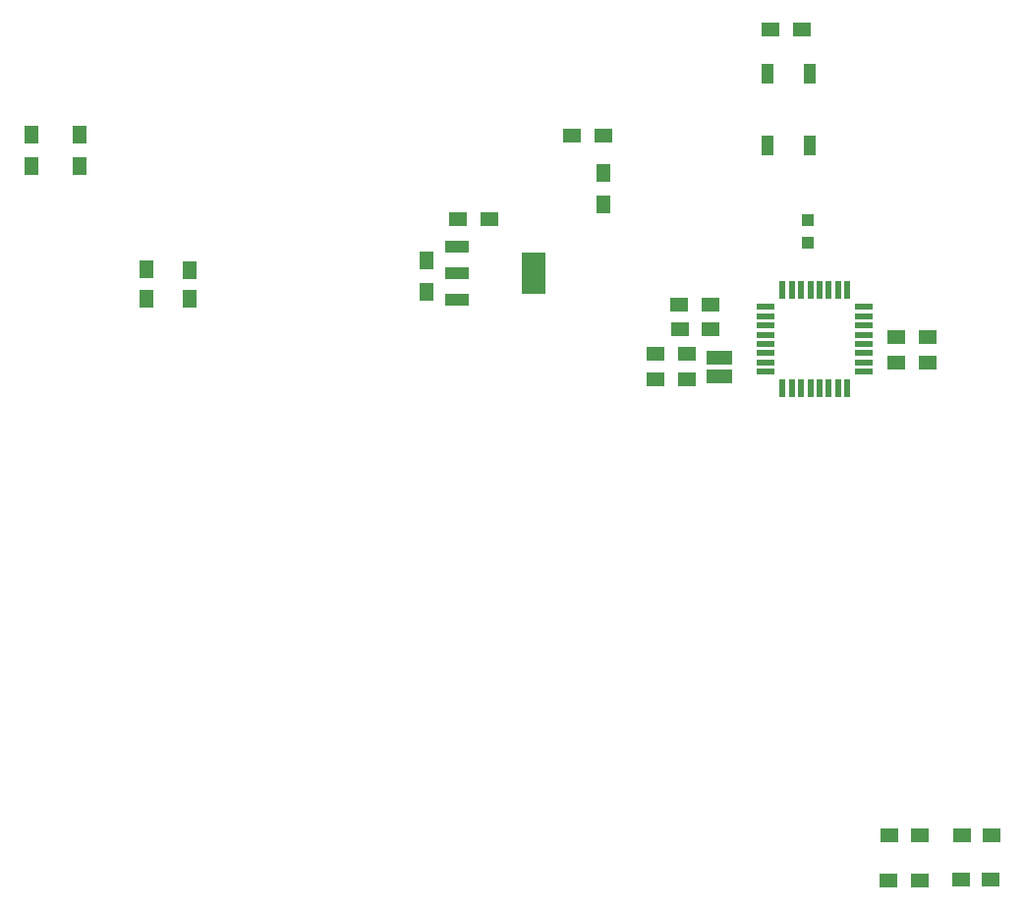
<source format=gbr>
G04 #@! TF.FileFunction,Paste,Top*
%FSLAX46Y46*%
G04 Gerber Fmt 4.6, Leading zero omitted, Abs format (unit mm)*
G04 Created by KiCad (PCBNEW 4.0.6) date 10/04/17 00:49:36*
%MOMM*%
%LPD*%
G01*
G04 APERTURE LIST*
%ADD10C,0.100000*%
%ADD11R,2.032000X3.657600*%
%ADD12R,2.032000X1.016000*%
%ADD13R,1.250000X1.500000*%
%ADD14R,1.300000X1.500000*%
%ADD15R,1.600000X0.550000*%
%ADD16R,0.550000X1.600000*%
%ADD17R,1.500000X1.300000*%
%ADD18R,2.300000X1.200000*%
%ADD19R,1.000000X1.000000*%
%ADD20R,1.100000X1.800000*%
%ADD21R,1.500000X1.250000*%
G04 APERTURE END LIST*
D10*
D11*
X127632000Y-54260000D03*
D12*
X121028000Y-54260000D03*
X121028000Y-56546000D03*
X121028000Y-51974000D03*
D13*
X98000000Y-53940000D03*
X98000000Y-56440000D03*
X94220000Y-53920000D03*
X94220000Y-56420000D03*
D14*
X84380000Y-42290000D03*
X84380000Y-44990000D03*
X88450000Y-45000000D03*
X88450000Y-42300000D03*
D15*
X147590000Y-57120000D03*
X147590000Y-57920000D03*
X147590000Y-58720000D03*
X147590000Y-59520000D03*
X147590000Y-60320000D03*
X147590000Y-61120000D03*
X147590000Y-61920000D03*
X147590000Y-62720000D03*
D16*
X149040000Y-64170000D03*
X149840000Y-64170000D03*
X150640000Y-64170000D03*
X151440000Y-64170000D03*
X152240000Y-64170000D03*
X153040000Y-64170000D03*
X153840000Y-64170000D03*
X154640000Y-64170000D03*
D15*
X156090000Y-62720000D03*
X156090000Y-61920000D03*
X156090000Y-61120000D03*
X156090000Y-60320000D03*
X156090000Y-59520000D03*
X156090000Y-58720000D03*
X156090000Y-57920000D03*
X156090000Y-57120000D03*
D16*
X154640000Y-55670000D03*
X153840000Y-55670000D03*
X153040000Y-55670000D03*
X152240000Y-55670000D03*
X151440000Y-55670000D03*
X150640000Y-55670000D03*
X149840000Y-55670000D03*
X149040000Y-55670000D03*
D14*
X118380000Y-55810000D03*
X118380000Y-53110000D03*
D17*
X123800000Y-49560000D03*
X121100000Y-49560000D03*
X158140000Y-106570000D03*
X160840000Y-106570000D03*
X160910000Y-102680000D03*
X158210000Y-102680000D03*
X158860000Y-61940000D03*
X161560000Y-61940000D03*
X142880000Y-59010000D03*
X140180000Y-59010000D03*
X142860000Y-56900000D03*
X140160000Y-56900000D03*
X140770000Y-61180000D03*
X138070000Y-61180000D03*
X140770000Y-63360000D03*
X138070000Y-63360000D03*
D14*
X133610000Y-45560000D03*
X133610000Y-48260000D03*
D17*
X130930000Y-42410000D03*
X133630000Y-42410000D03*
D18*
X143620000Y-61490000D03*
X143620000Y-63090000D03*
D19*
X151200000Y-49620000D03*
X151200000Y-51620000D03*
D20*
X147730000Y-37020000D03*
X147730000Y-43220000D03*
X151430000Y-43220000D03*
X151430000Y-37020000D03*
D21*
X167020000Y-102640000D03*
X164520000Y-102640000D03*
X166950000Y-106490000D03*
X164450000Y-106490000D03*
D17*
X150740000Y-33190000D03*
X148040000Y-33190000D03*
X161580000Y-59740000D03*
X158880000Y-59740000D03*
M02*

</source>
